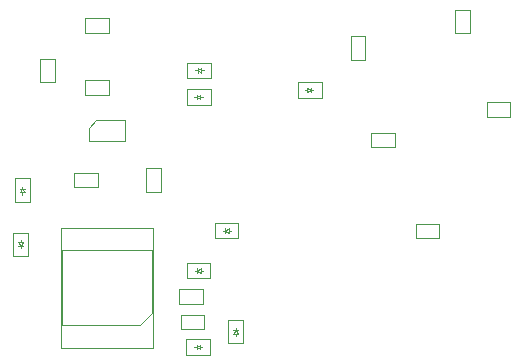
<source format=gbr>
G04 #@! TF.GenerationSoftware,KiCad,Pcbnew,5.1.6-c6e7f7d~87~ubuntu18.04.1*
G04 #@! TF.CreationDate,2020-10-13T20:33:34+05:30*
G04 #@! TF.ProjectId,BackEnd_4S_v1,4261636b-456e-4645-9f34-535f76312e6b,rev?*
G04 #@! TF.SameCoordinates,Original*
G04 #@! TF.FileFunction,Other,Fab,Bot*
%FSLAX46Y46*%
G04 Gerber Fmt 4.6, Leading zero omitted, Abs format (unit mm)*
G04 Created by KiCad (PCBNEW 5.1.6-c6e7f7d~87~ubuntu18.04.1) date 2020-10-13 20:33:34*
%MOMM*%
%LPD*%
G01*
G04 APERTURE LIST*
%ADD10C,0.100000*%
G04 APERTURE END LIST*
D10*
X171755000Y-50002900D02*
X171755000Y-52002900D01*
X171755000Y-52002900D02*
X172995000Y-52002900D01*
X172995000Y-52002900D02*
X172995000Y-50002900D01*
X172995000Y-50002900D02*
X171755000Y-50002900D01*
X203534000Y-65214700D02*
X205534000Y-65214700D01*
X205534000Y-65214700D02*
X205534000Y-63974700D01*
X205534000Y-63974700D02*
X203534000Y-63974700D01*
X203534000Y-63974700D02*
X203534000Y-65214700D01*
X181266000Y-64315400D02*
X181266000Y-74475400D01*
X173526000Y-64315400D02*
X181266000Y-64315400D01*
X173526000Y-74475400D02*
X173526000Y-64315400D01*
X181266000Y-74475400D02*
X173526000Y-74475400D01*
X180206000Y-72570400D02*
X181206000Y-71570400D01*
X173586000Y-72570400D02*
X180206000Y-72570400D01*
X173586000Y-66220400D02*
X173586000Y-72570400D01*
X181206000Y-66220400D02*
X173586000Y-66220400D01*
X181206000Y-71570400D02*
X181206000Y-66220400D01*
X175833000Y-57011100D02*
X178933000Y-57011100D01*
X178933000Y-57011100D02*
X178933000Y-55211100D01*
X176483000Y-55211100D02*
X178933000Y-55211100D01*
X175833000Y-57011100D02*
X175833000Y-55861100D01*
X176483000Y-55211100D02*
X175833000Y-55861100D01*
X170086000Y-65547900D02*
X170086000Y-65347900D01*
X170086000Y-65847900D02*
X170086000Y-66047900D01*
X170286000Y-65847900D02*
X169886000Y-65847900D01*
X169886000Y-65547900D02*
X170286000Y-65547900D01*
X170086000Y-65847900D02*
X169886000Y-65547900D01*
X170286000Y-65547900D02*
X170086000Y-65847900D01*
X169436000Y-66747900D02*
X170736000Y-66747900D01*
X169436000Y-64747900D02*
X169436000Y-66747900D01*
X170736000Y-64747900D02*
X169436000Y-64747900D01*
X170736000Y-66747900D02*
X170736000Y-64747900D01*
X187705000Y-64582000D02*
X187905000Y-64582000D01*
X187405000Y-64582000D02*
X187205000Y-64582000D01*
X187405000Y-64782000D02*
X187405000Y-64382000D01*
X187705000Y-64382000D02*
X187705000Y-64782000D01*
X187405000Y-64582000D02*
X187705000Y-64382000D01*
X187705000Y-64782000D02*
X187405000Y-64582000D01*
X186505000Y-63932000D02*
X186505000Y-65232000D01*
X188505000Y-63932000D02*
X186505000Y-63932000D01*
X188505000Y-65232000D02*
X188505000Y-63932000D01*
X186505000Y-65232000D02*
X188505000Y-65232000D01*
X185275000Y-74429600D02*
X185475000Y-74429600D01*
X184975000Y-74429600D02*
X184775000Y-74429600D01*
X184975000Y-74629600D02*
X184975000Y-74229600D01*
X185275000Y-74229600D02*
X185275000Y-74629600D01*
X184975000Y-74429600D02*
X185275000Y-74229600D01*
X185275000Y-74629600D02*
X184975000Y-74429600D01*
X184075000Y-73779600D02*
X184075000Y-75079600D01*
X186075000Y-73779600D02*
X184075000Y-73779600D01*
X186075000Y-75079600D02*
X186075000Y-73779600D01*
X184075000Y-75079600D02*
X186075000Y-75079600D01*
X184176000Y-51650700D02*
X186176000Y-51650700D01*
X186176000Y-51650700D02*
X186176000Y-50350700D01*
X186176000Y-50350700D02*
X184176000Y-50350700D01*
X184176000Y-50350700D02*
X184176000Y-51650700D01*
X185376000Y-51200700D02*
X185076000Y-51000700D01*
X185076000Y-51000700D02*
X185376000Y-50800700D01*
X185376000Y-50800700D02*
X185376000Y-51200700D01*
X185076000Y-51200700D02*
X185076000Y-50800700D01*
X185076000Y-51000700D02*
X184876000Y-51000700D01*
X185376000Y-51000700D02*
X185576000Y-51000700D01*
X186191000Y-52618900D02*
X184191000Y-52618900D01*
X184191000Y-52618900D02*
X184191000Y-53918900D01*
X184191000Y-53918900D02*
X186191000Y-53918900D01*
X186191000Y-53918900D02*
X186191000Y-52618900D01*
X184991000Y-53068900D02*
X185291000Y-53268900D01*
X185291000Y-53268900D02*
X184991000Y-53468900D01*
X184991000Y-53468900D02*
X184991000Y-53068900D01*
X185291000Y-53068900D02*
X185291000Y-53468900D01*
X185291000Y-53268900D02*
X185491000Y-53268900D01*
X184991000Y-53268900D02*
X184791000Y-53268900D01*
X185352000Y-67950100D02*
X185552000Y-67950100D01*
X185052000Y-67950100D02*
X184852000Y-67950100D01*
X185052000Y-68150100D02*
X185052000Y-67750100D01*
X185352000Y-67750100D02*
X185352000Y-68150100D01*
X185052000Y-67950100D02*
X185352000Y-67750100D01*
X185352000Y-68150100D02*
X185052000Y-67950100D01*
X184152000Y-67300100D02*
X184152000Y-68600100D01*
X186152000Y-67300100D02*
X184152000Y-67300100D01*
X186152000Y-68600100D02*
X186152000Y-67300100D01*
X184152000Y-68600100D02*
X186152000Y-68600100D01*
X195559000Y-52016900D02*
X193559000Y-52016900D01*
X193559000Y-52016900D02*
X193559000Y-53316900D01*
X193559000Y-53316900D02*
X195559000Y-53316900D01*
X195559000Y-53316900D02*
X195559000Y-52016900D01*
X194359000Y-52466900D02*
X194659000Y-52666900D01*
X194659000Y-52666900D02*
X194359000Y-52866900D01*
X194359000Y-52866900D02*
X194359000Y-52466900D01*
X194659000Y-52466900D02*
X194659000Y-52866900D01*
X194659000Y-52666900D02*
X194859000Y-52666900D01*
X194359000Y-52666900D02*
X194159000Y-52666900D01*
X170216000Y-61335300D02*
X170216000Y-61535300D01*
X170216000Y-61035300D02*
X170216000Y-60835300D01*
X170016000Y-61035300D02*
X170416000Y-61035300D01*
X170416000Y-61335300D02*
X170016000Y-61335300D01*
X170216000Y-61035300D02*
X170416000Y-61335300D01*
X170016000Y-61335300D02*
X170216000Y-61035300D01*
X170866000Y-60135300D02*
X169566000Y-60135300D01*
X170866000Y-62135300D02*
X170866000Y-60135300D01*
X169566000Y-62135300D02*
X170866000Y-62135300D01*
X169566000Y-60135300D02*
X169566000Y-62135300D01*
X187638000Y-72111400D02*
X187638000Y-74111400D01*
X187638000Y-74111400D02*
X188938000Y-74111400D01*
X188938000Y-74111400D02*
X188938000Y-72111400D01*
X188938000Y-72111400D02*
X187638000Y-72111400D01*
X188088000Y-73311400D02*
X188288000Y-73011400D01*
X188288000Y-73011400D02*
X188488000Y-73311400D01*
X188488000Y-73311400D02*
X188088000Y-73311400D01*
X188088000Y-73011400D02*
X188488000Y-73011400D01*
X188288000Y-73011400D02*
X188288000Y-72811400D01*
X188288000Y-73311400D02*
X188288000Y-73511400D01*
X183479000Y-69529700D02*
X183479000Y-70769700D01*
X185479000Y-69529700D02*
X183479000Y-69529700D01*
X185479000Y-70769700D02*
X185479000Y-69529700D01*
X183479000Y-70769700D02*
X185479000Y-70769700D01*
X175540000Y-47818300D02*
X177540000Y-47818300D01*
X177540000Y-47818300D02*
X177540000Y-46578300D01*
X177540000Y-46578300D02*
X175540000Y-46578300D01*
X175540000Y-46578300D02*
X175540000Y-47818300D01*
X177538000Y-51848800D02*
X175538000Y-51848800D01*
X175538000Y-51848800D02*
X175538000Y-53088800D01*
X175538000Y-53088800D02*
X177538000Y-53088800D01*
X177538000Y-53088800D02*
X177538000Y-51848800D01*
X198026000Y-50103300D02*
X199266000Y-50103300D01*
X198026000Y-48103300D02*
X198026000Y-50103300D01*
X199266000Y-48103300D02*
X198026000Y-48103300D01*
X199266000Y-50103300D02*
X199266000Y-48103300D01*
X185620000Y-72941400D02*
X185620000Y-71701400D01*
X183620000Y-72941400D02*
X185620000Y-72941400D01*
X183620000Y-71701400D02*
X183620000Y-72941400D01*
X185620000Y-71701400D02*
X183620000Y-71701400D01*
X201759000Y-57516000D02*
X201759000Y-56276000D01*
X199759000Y-57516000D02*
X201759000Y-57516000D01*
X199759000Y-56276000D02*
X199759000Y-57516000D01*
X201759000Y-56276000D02*
X199759000Y-56276000D01*
X209534000Y-54955700D02*
X211534000Y-54955700D01*
X211534000Y-54955700D02*
X211534000Y-53715700D01*
X211534000Y-53715700D02*
X209534000Y-53715700D01*
X209534000Y-53715700D02*
X209534000Y-54955700D01*
X208105000Y-47852800D02*
X208105000Y-45852800D01*
X208105000Y-45852800D02*
X206865000Y-45852800D01*
X206865000Y-45852800D02*
X206865000Y-47852800D01*
X206865000Y-47852800D02*
X208105000Y-47852800D01*
X176588000Y-60899300D02*
X176588000Y-59659300D01*
X174588000Y-60899300D02*
X176588000Y-60899300D01*
X174588000Y-59659300D02*
X174588000Y-60899300D01*
X176588000Y-59659300D02*
X174588000Y-59659300D01*
X181946000Y-61278000D02*
X181946000Y-59278000D01*
X181946000Y-59278000D02*
X180706000Y-59278000D01*
X180706000Y-59278000D02*
X180706000Y-61278000D01*
X180706000Y-61278000D02*
X181946000Y-61278000D01*
M02*

</source>
